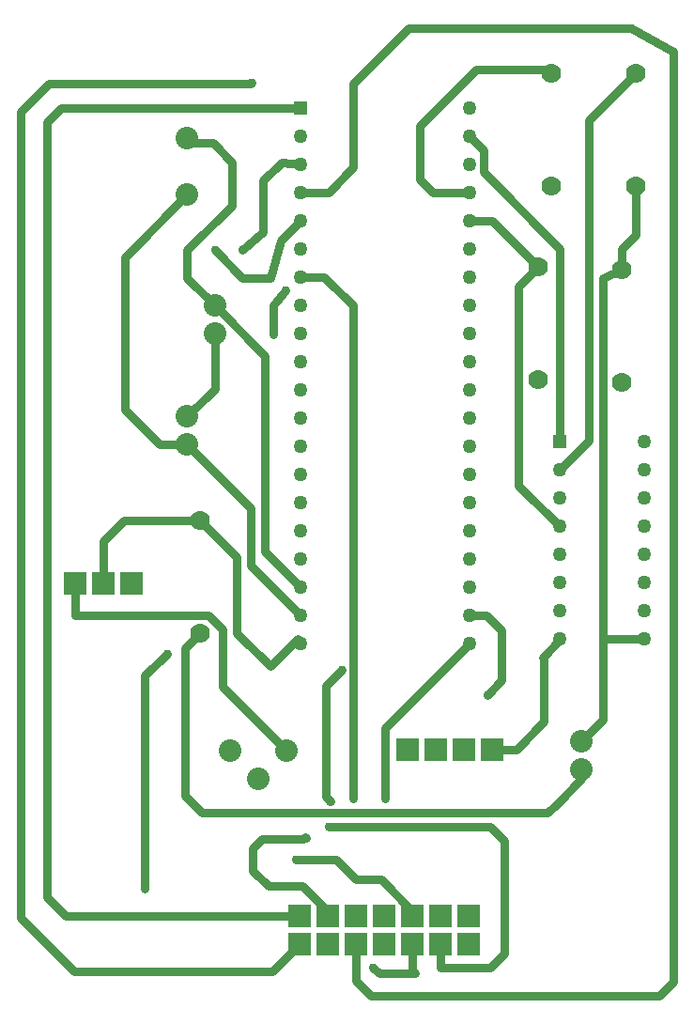
<source format=gbr>
G04 PROTEUS RS274X GERBER FILE*
%FSLAX45Y45*%
%MOMM*%
G01*
%ADD10C,0.762000*%
%ADD11C,0.762000*%
%ADD12R,1.270000X1.270000*%
%ADD13C,1.270000*%
%ADD14C,2.032000*%
%ADD15R,2.032000X2.032000*%
%ADD16C,1.778000*%
D10*
X-1750000Y+1000000D02*
X-1296500Y+546500D01*
X-1296500Y-1214500D01*
X-979000Y-1532000D01*
X-2000000Y-250000D02*
X-1423500Y-826500D01*
X-1423500Y-1341500D01*
X-979000Y-1786000D01*
X-2000000Y-250000D02*
X-2250000Y-250000D01*
X-2562500Y+62500D01*
X-2562500Y+1437500D01*
X-2000000Y+2000000D01*
X-1886000Y-1948000D02*
X-2022874Y-2084874D01*
X-2022874Y-3375455D01*
X-2022874Y-3418640D01*
X-1869768Y-3571746D01*
X+1251252Y-3571746D01*
X+1329768Y-3493230D01*
X+1556000Y-3266998D01*
X+1556000Y-3175000D01*
X+1360000Y-226000D02*
X+1360000Y+1516000D01*
X+672000Y+2204000D01*
X+672000Y+2405000D01*
X+545000Y+2532000D01*
X+1624500Y+2405000D02*
X+1624500Y-215500D01*
X+1360000Y-480000D01*
X+1624500Y+2405000D02*
X+1624500Y+2675500D01*
X+2048000Y+3099000D01*
X+545000Y+2024000D02*
X+213633Y+2024000D01*
X+108793Y+2128840D01*
X+96522Y+2141111D01*
X+96522Y+2619661D01*
X+605749Y+3128888D01*
X+654831Y+3128888D01*
X+1256112Y+3128888D01*
X+1286000Y+3099000D01*
X+1167000Y+1349000D02*
X+989500Y+1171500D01*
X+989500Y-617500D01*
X+1360000Y-988000D01*
X+1167000Y+1349000D02*
X+746000Y+1770000D01*
X+545000Y+1770000D01*
X-217000Y-3437000D02*
X-217000Y-2802000D01*
X+545000Y-2040000D01*
X+705414Y-2508766D02*
X+837118Y-2377062D01*
X+837118Y-1925508D01*
X+697610Y-1786000D01*
X+545000Y-1786000D01*
X-929783Y-3794611D02*
X-935278Y-3789116D01*
X-938883Y-3789116D01*
X-956370Y-3806603D01*
X-1320923Y-3806603D01*
X-1406403Y-3892083D01*
X-1406403Y-4091540D01*
X-1265972Y-4231971D01*
X-958648Y-4231971D01*
X-730000Y-4460619D01*
X-730000Y-4500000D01*
X-608264Y-2283472D02*
X-750000Y-2425208D01*
X-750000Y-3424907D01*
X-704719Y-3470188D01*
X-718444Y-3470188D01*
X-718499Y-3470243D01*
X-979000Y+2786000D02*
X-3138000Y+2786000D01*
X-3265000Y+2659000D01*
X-3265000Y-4326000D01*
X-3091000Y-4500000D01*
X-984000Y-4500000D01*
X-1419150Y+3007591D02*
X-1426741Y+3000000D01*
X-3250000Y+3000000D01*
X-3500000Y+2750000D01*
X-3500000Y-4515710D01*
X-3015710Y-5000000D01*
X-1230000Y-5000000D01*
X-984000Y-4754000D01*
X-500000Y-3437000D02*
X-500000Y+1000000D01*
X-762000Y+1262000D01*
X-979000Y+1262000D01*
X-725000Y-3691000D02*
X+735500Y-3691000D01*
X+862500Y-3818000D01*
X+862500Y-4834000D01*
X+735500Y-4961000D01*
X+286000Y-4961000D01*
X+286000Y-4754000D01*
X-1104000Y-3008000D02*
X-1677500Y-2434500D01*
X-1677500Y-1913000D01*
X-1804500Y-1786000D01*
X-3008000Y-1786000D01*
X-3008000Y-1500000D01*
X+2122000Y-2004000D02*
X+1750000Y-2004000D01*
X+1921000Y+1329000D02*
X+1750000Y+1250000D01*
X+1750000Y-2004000D01*
X+1750000Y-2484500D01*
X+1750000Y-2611500D02*
X+1750000Y-2727000D01*
X+1556000Y-2921000D01*
X+1921000Y+1329000D02*
X+1921000Y+1516000D01*
X+2048000Y+1643000D01*
X+2048000Y+2083000D01*
X+1750000Y-2484500D02*
X+1750000Y-2611500D01*
X-1019100Y-3994304D02*
X-653654Y-3994304D01*
X-478483Y-4169475D01*
X-251967Y-4169475D01*
X+32000Y-4453442D01*
X+32000Y-4500000D01*
X-1886000Y-932000D02*
X-1550500Y-1267500D01*
X-1550500Y-1949500D01*
X-1250000Y-2250000D01*
X-1886000Y-932000D02*
X-2566500Y-932000D01*
X-2754000Y-1119500D01*
X-2754000Y-1500000D01*
X-2000000Y+4000D02*
X-1750000Y+254000D01*
X-1750000Y+746000D01*
X-1250000Y-2250000D02*
X-1009500Y-2009500D01*
X-1000000Y-2000000D01*
X-979000Y-2040000D01*
X+1360000Y-2004000D02*
X+1360000Y-2011578D01*
X+1204019Y-2167559D01*
X+1216172Y-2179712D01*
X+1216172Y-2750909D01*
X+967081Y-3000000D01*
X+750000Y-3000000D01*
X-979000Y+2278000D02*
X-1150071Y+2295146D01*
X-1313066Y+2132151D01*
X-1313066Y+1661126D01*
X-1500000Y+1500000D01*
X-1750000Y+1000000D02*
X-2000000Y+1250000D01*
X-2000000Y+1500000D01*
X-1595288Y+1904712D01*
X-1595288Y+2294172D01*
X-1765797Y+2464681D01*
X-1956681Y+2464681D01*
X-2000000Y+2508000D01*
X-1750000Y+1500000D02*
X-1500000Y+1250000D01*
X-1250000Y+1250000D01*
X-1158280Y+1590720D01*
X-979000Y+1770000D01*
X+32000Y-4754000D02*
X+32000Y-4998772D01*
X+51527Y-5018299D01*
X-270549Y-5018299D01*
X-325447Y-4963401D01*
X-2381023Y-4255960D02*
X-2381023Y-2335383D01*
X-2181269Y-2135629D01*
X-2177604Y-2135629D01*
X-1226640Y+742965D02*
X-1226640Y+1006859D01*
X-1109352Y+1138807D01*
X-979000Y+2024000D02*
X-726000Y+2024000D01*
X-500000Y+2250000D01*
X-500000Y+3000000D01*
X+0Y+3500000D01*
X+2000000Y+3500000D01*
X+2386500Y+3294000D01*
X+2386500Y-5088000D01*
X+2259500Y-5215000D01*
X-344000Y-5215000D01*
X-476000Y-5083000D01*
X-476000Y-4754000D01*
D11*
X+1624500Y+2405000D03*
X-217000Y-3437000D03*
X+705414Y-2508766D03*
X-929783Y-3794611D03*
X-718499Y-3470243D03*
X-608264Y-2283472D03*
X-1419150Y+3007591D03*
X-500000Y-3437000D03*
X-725000Y-3691000D03*
X-1019100Y-3994304D03*
X-1250000Y-2250000D03*
X-1500000Y+1500000D03*
X-1750000Y+1500000D03*
X-325447Y-4963401D03*
X-2381023Y-4255960D03*
X-2177604Y-2135629D03*
X-1226640Y+742965D03*
X-1109352Y+1138807D03*
D12*
X-979000Y+2786000D03*
D13*
X-979000Y+2532000D03*
X-979000Y+2278000D03*
X-979000Y+2024000D03*
X-979000Y+1770000D03*
X-979000Y+1516000D03*
X-979000Y+1262000D03*
X-979000Y+1008000D03*
X-979000Y+754000D03*
X-979000Y+500000D03*
X-979000Y+246000D03*
X-979000Y-8000D03*
X-979000Y-262000D03*
X-979000Y-516000D03*
X-979000Y-770000D03*
X-979000Y-1024000D03*
X-979000Y-1278000D03*
X-979000Y-1532000D03*
X-979000Y-1786000D03*
X-979000Y-2040000D03*
X+545000Y-2040000D03*
X+545000Y-1786000D03*
X+545000Y-1532000D03*
X+545000Y-1278000D03*
X+545000Y-1024000D03*
X+545000Y-770000D03*
X+545000Y-516000D03*
X+545000Y-262000D03*
X+545000Y-8000D03*
X+545000Y+246000D03*
X+545000Y+500000D03*
X+545000Y+754000D03*
X+545000Y+1008000D03*
X+545000Y+1262000D03*
X+545000Y+1516000D03*
X+545000Y+1770000D03*
X+545000Y+2024000D03*
X+545000Y+2278000D03*
X+545000Y+2532000D03*
X+545000Y+2786000D03*
D12*
X+1360000Y-226000D03*
D13*
X+1360000Y-480000D03*
X+1360000Y-734000D03*
X+1360000Y-988000D03*
X+1360000Y-1242000D03*
X+1360000Y-1496000D03*
X+1360000Y-1750000D03*
X+1360000Y-2004000D03*
X+2122000Y-2004000D03*
X+2122000Y-1750000D03*
X+2122000Y-1496000D03*
X+2122000Y-1242000D03*
X+2122000Y-988000D03*
X+2122000Y-734000D03*
X+2122000Y-480000D03*
X+2122000Y-226000D03*
D14*
X-1612000Y-3008000D03*
X-1104000Y-3008000D03*
X-1358000Y-3262000D03*
X-2000000Y+2000000D03*
X-2000000Y+2508000D03*
D15*
X-12000Y-3000000D03*
X+242000Y-3000000D03*
X+496000Y-3000000D03*
X+750000Y-3000000D03*
D14*
X-2000000Y+4000D03*
X-2000000Y-250000D03*
X-1750000Y+746000D03*
X-1750000Y+1000000D03*
D16*
X-1886000Y-1948000D03*
X-1886000Y-932000D03*
D14*
X+1556000Y-3175000D03*
X+1556000Y-2921000D03*
D16*
X+1921000Y+1329000D03*
X+1921000Y+313000D03*
X+2048000Y+2083000D03*
X+2048000Y+3099000D03*
X+1286000Y+2083000D03*
X+1286000Y+3099000D03*
X+1167000Y+333000D03*
X+1167000Y+1349000D03*
D15*
X+540000Y-4500000D03*
X+286000Y-4500000D03*
X+32000Y-4500000D03*
X-222000Y-4500000D03*
X-476000Y-4500000D03*
X-730000Y-4500000D03*
X-984000Y-4500000D03*
X-984000Y-4754000D03*
X-730000Y-4754000D03*
X-476000Y-4754000D03*
X-222000Y-4754000D03*
X+32000Y-4754000D03*
X+286000Y-4754000D03*
X+540000Y-4754000D03*
X-2500000Y-1500000D03*
X-2754000Y-1500000D03*
X-3008000Y-1500000D03*
M02*

</source>
